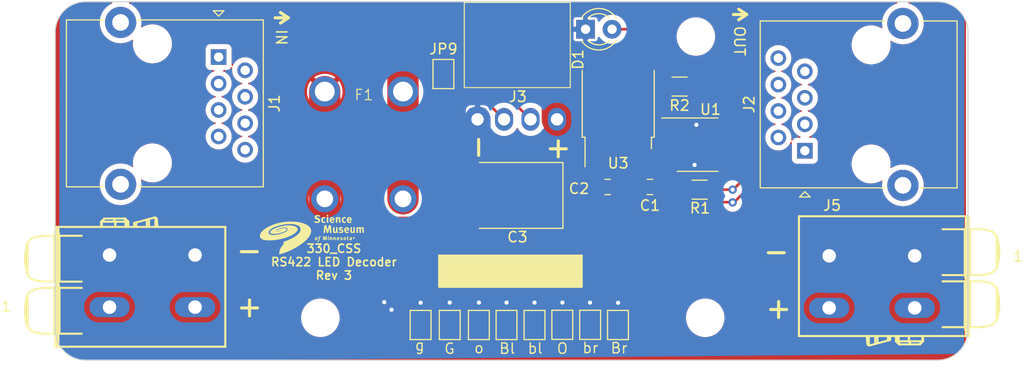
<source format=kicad_pcb>
(kicad_pcb (version 20240108) (generator "pcbnew") (generator_version "8.0")
  (layers (0 "F.Cu" power) (1 "In1.Cu" signal) (2 "In2.Cu" signal) (31 "B.Cu" power) (34 "B.Paste" user) (35 "F.Paste" user) (36 "B.SilkS" user "B.Silkscreen") (37 "F.SilkS" user "F.Silkscreen") (38 "B.Mask" user) (39 "F.Mask" user) (44 "Edge.Cuts" user))
  (net 0 "")
  (net 1 "/G-")
  (net 2 "/G+")
  (net 3 "/O-")
  (net 4 "/Bl+")
  (net 5 "/Bl-")
  (net 6 "/O+")
  (net 7 "GND")
  (net 8 "Net-(J3-Pin_3)")
  (net 9 "Net-(J3-Pin_4)")
  (net 11 "Net-(U1-Vcc)")
  (net 12 "+12V")
  (net 13 "/Br-")
  (net 14 "/Br+")
  (net 15 "Net-(JP1-B)")
  (net 16 "Net-(JP5-B)")
  (net 17 "Net-(J3-Pin_2)")
  (net 18 "Net-(D1-A)")
  (footprint "LED_THT:LED_D3.0mm" (layer "F.Cu") (at 193.525 122.6)
    (property "Reference" "D1" (at -0.725 2.9 90) (layer "F.SilkS"))
    (property "Value" "LED")
    (pad "1" thru_hole rect (at 0 0) (size 1.8 1.8) (drill 0.9) (layers "*.Cu" "*.Mask") (net 7 "GND"))
    (pad "2" thru_hole circle (at 2.54 0) (size 1.8 1.8) (drill 0.9) (layers "*.Cu" "*.Mask") (net 18 "Net-(D1-A)"))
  )
  (footprint "Jumper:SolderJumper-2_P1.3mm_Open_Pad1.0x1.5mm" (layer "F.Cu") (at 177.71 150.99 -90)
    (property "Reference" "JP1" (hide yes))
    (property "Value" "Jumper_2_Open" (hide yes))
    (pad "1" smd rect (at -0.65 0 270) (size 1 1.5) (layers "F.Cu" "F.Mask") (net 1 "/G-"))
    (pad "2" smd rect (at 0.65 0 270) (size 1 1.5) (layers "F.Cu" "F.Mask") (net 15 "Net-(JP1-B)"))
  )
  (footprint "Resistor_SMD:R_1206_3216Metric" (layer "F.Cu") (at 202.5375 128.1 180)
    (property "Reference" "R2" (at 0 -1.82 180) (layer "F.SilkS"))
    (property "Value" "R")
    (pad "1" smd roundrect (at -1.4625 0 180) (size 1.125 1.75) (layers "F.Cu" "F.Paste" "F.Mask") (roundrect_rratio 0.222222) (net 11 "Net-(U1-Vcc)"))
    (pad "2" smd roundrect (at 1.4625 0 180) (size 1.125 1.75) (layers "F.Cu" "F.Paste" "F.Mask") (roundrect_rratio 0.222222) (net 18 "Net-(D1-A)"))
  )
  (footprint "SMM:smm-logo-10mm" (layer "F.Cu") (at 167.3 142.3)
    (property "Reference" "G***")
    (property "Value" "LOGO" (hide yes))
  )
  (footprint "Jumper:SolderJumper-2_P1.3mm_Open_Pad1.0x1.5mm" (layer "F.Cu") (at 188.632 150.99 -90)
    (property "Reference" "JP3" (hide yes))
    (property "Value" "Jumper_2_Open" (hide yes))
    (pad "1" smd rect (at -0.65 0 270) (size 1 1.5) (layers "F.Cu" "F.Mask") (net 5 "/Bl-"))
    (pad "2" smd rect (at 0.65 0 270) (size 1 1.5) (layers "F.Cu" "F.Mask") (net 15 "Net-(JP1-B)"))
  )
  (footprint "Library:3549-2" (layer "F.Cu") (at 172.274 133.731 180)
    (property "Reference" "F1" (at 0 4.826 0) (layer "F.SilkS") (effects (font (thickness 0.1))))
    (property "Value" "Fuse")
    (pad "1" thru_hole circle (at -3.75 -5.15 180) (size 2.6 2.6) (drill 1.6) (layers "*.Cu" "*.Mask") (net 9 "Net-(J3-Pin_4)"))
    (pad "1" thru_hole circle (at -3.75 5.15 180) (size 2.9 2.9) (drill 1.9) (layers "*.Cu" "*.Mask") (net 9 "Net-(J3-Pin_4)"))
    (pad "2" thru_hole circle (at 3.75 -5.15 180) (size 2.6 2.6) (drill 1.6) (layers "*.Cu" "*.Mask") (net 12 "+12V"))
    (pad "2" thru_hole circle (at 3.75 5.15 180) (size 2.9 2.9) (drill 1.9) (layers "*.Cu" "*.Mask") (net 12 "+12V"))
  )
  (footprint "MountingHole:MountingHole_3.2mm_M3" (layer "F.Cu") (at 204.1 123.3)
    (property "Reference" "REF**" (hide yes))
    (property "Value" "MountingHole_3.2mm_M3")
    (pad "" np_thru_hole circle (at 0 0) (size 3.2 3.2) (drill 3.2) (layers "*.Cu" "*.Mask"))
  )
  (footprint "Resistor_SMD:R_1206_3216Metric" (layer "F.Cu") (at 204.4625 138)
    (property "Reference" "R1" (at 0.0375 1.775 360) (layer "F.SilkS"))
    (property "Value" "R")
    (pad "1" smd roundrect (at -1.4625 0) (size 1.125 1.75) (layers "F.Cu" "F.Paste" "F.Mask") (roundrect_rratio 0.222222) (net 15 "Net-(JP1-B)"))
    (pad "2" smd roundrect (at 1.4625 0) (size 1.125 1.75) (layers "F.Cu" "F.Paste" "F.Mask") (roundrect_rratio 0.222222) (net 16 "Net-(JP5-B)"))
  )
  (footprint "2604-1102:P-2604-1102_1" (layer "F.Cu") (at 147.89 151.576 180)
    (property "Reference" "J4" (hide yes))
    (property "Value" "Screw_Terminal_01x02")
    (fp_text user "1" (at 9.9 2.35 0) (layer "F.SilkS"))
    (pad "1" thru_hole oval (at -8.2 2.3 180) (size 3.8608 1.9304) (drill 1.3) (layers "*.Cu" "*.Mask") (net 12 "+12V"))
    (pad "1" thru_hole oval (at 0 2.3 180) (size 3.8608 1.9304) (drill 1.3) (layers "*.Cu" "*.Mask") (net 12 "+12V"))
    (pad "2" thru_hole oval (at -8.2 7.3 180) (size 3.8608 1.9304) (drill 1.3) (layers "*.Cu" "*.Mask") (net 7 "GND"))
    (pad "2" thru_hole oval (at 0 7.3 180) (size 3.8608 1.9304) (drill 1.3) (layers "*.Cu" "*.Mask") (net 7 "GND"))
  )
  (footprint "Jumper:SolderJumper-2_P1.3mm_Open_Pad1.0x1.5mm" (layer "F.Cu") (at 180.504 150.99 -90)
    (property "Reference" "JP5" (hide yes))
    (property "Value" "Jumper_2_Open" (hide yes))
    (pad "1" smd rect (at -0.65 0 270) (size 1 1.5) (layers "F.Cu" "F.Mask") (net 2 "/G+"))
    (pad "2" smd rect (at 0.65 0 270) (size 1 1.5) (layers "F.Cu" "F.Mask") (net 16 "Net-(JP5-B)"))
  )
  (footprint "Connector_RJ:RJ45_Ninigi_GE" (layer "F.Cu") (at 214.55 134.26 90)
    (property "Reference" "J2" (at 4.445 -5.34 90) (layer "F.SilkS"))
    (property "Value" "RJ45")
    (pad "" np_thru_hole circle (at -1.27 6.35 90) (size 3.25 3.25) (drill 3.25) (layers "*.Cu" "*.Mask"))
    (pad "" np_thru_hole circle (at 10.16 6.35 270) (size 3.25 3.25) (drill 3.25) (layers "*.Cu" "*.Mask"))
    (pad "1" thru_hole rect (at 0 0 270) (size 1.5 1.5) (drill 0.9) (layers "*.Cu" "*.Mask") (net 1 "/G-"))
    (pad "2" thru_hole circle (at 1.27 -2.54 270) (size 1.5 1.5) (drill 0.9) (layers "*.Cu" "*.Mask") (net 2 "/G+"))
    (pad "3" thru_hole circle (at 2.54 0 270) (size 1.5 1.5) (drill 0.9) (layers "*.Cu" "*.Mask") (net 3 "/O-"))
    (pad "4" thru_hole circle (at 3.81 -2.54 270) (size 1.5 1.5) (drill 0.9) (layers "*.Cu" "*.Mask") (net 4 "/Bl+"))
    (pad "5" thru_hole circle (at 5.08 0 270) (size 1.5 1.5) (drill 0.9) (layers "*.Cu" "*.Mask") (net 5 "/Bl-"))
    (pad "6" thru_hole circle (at 6.35 -2.54 270) (size 1.5 1.5) (drill 0.9) (layers "*.Cu" "*.Mask") (net 6 "/O+"))
    (pad "7" thru_hole circle (at 7.62 0 270) (size 1.5 1.5) (drill 0.9) (layers "*.Cu" "*.Mask") (net 13 "/Br-"))
    (pad "8" thru_hole circle (at 8.89 -2.54 270) (size 1.5 1.5) (drill 0.9) (layers "*.Cu" "*.Mask") (net 14 "/Br+"))
    (pad "SH" thru_hole circle (at -3.325 9.4 90) (size 3 3) (drill 1.6) (layers "*.Cu" "*.Mask"))
    (pad "SH" thru_hole circle (at 12.215 9.4 270) (size 3 3) (drill 1.6) (layers "*.Cu" "*.Mask"))
  )
  (footprint "MountingHole:MountingHole_3.2mm_M3" (layer "F.Cu") (at 168.1 150.3)
    (property "Reference" "REF**" (hide yes))
    (property "Value" "MountingHole_3.2mm_M3")
    (pad "" np_thru_hole circle (at 0 0) (size 3.2 3.2) (drill 3.2) (layers "*.Cu" "*.Mask"))
  )
  (footprint "Capacitor_SMD:C_0805_2012Metric" (layer "F.Cu") (at 195.648 137.742)
    (property "Reference" "C2" (at -2.748 0.158 0) (layer "F.SilkS"))
    (property "Value" "1uF")
    (pad "1" smd roundrect (at -0.95 0) (size 1 1.45) (layers "F.Cu" "F.Paste" "F.Mask") (net 12 "+12V"))
    (pad "2" smd roundrect (at 0.95 0) (size 1 1.45) (layers "F.Cu" "F.Paste" "F.Mask") (net 7 "GND"))
  )
  (footprint "Package_SO:SOIC-8_3.9x4.9mm_P1.27mm" (layer "F.Cu") (at 204.272 133.678)
    (property "Reference" "U1" (at 1.228 -3.378 0) (layer "F.SilkS"))
    (property "Value" "~" (hide yes))
    (pad "1" smd roundrect (at -2.475 -1.905) (size 1.95 0.6) (layers "F.Cu" "F.Paste" "F.Mask") (net 8 "Net-(J3-Pin_3)"))
    (pad "2" smd roundrect (at -2.475 -0.635) (size 1.95 0.6) (layers "F.Cu" "F.Paste" "F.Mask") (net 7 "GND"))
    (pad "3" smd roundrect (at -2.475 0.635) (size 1.95 0.6) (layers "F.Cu" "F.Paste" "F.Mask") (net 7 "GND"))
    (pad "4" smd roundrect (at -2.475 1.905) (size 1.95 0.6) (layers "F.Cu" "F.Paste" "F.Mask"))
    (pad "5" smd roundrect (at 2.475 1.905) (size 1.95 0.6) (layers "F.Cu" "F.Paste" "F.Mask") (net 7 "GND"))
    (pad "6" smd roundrect (at 2.475 0.635) (size 1.95 0.6) (layers "F.Cu" "F.Paste" "F.Mask") (net 16 "Net-(JP5-B)"))
    (pad "7" smd roundrect (at 2.475 -0.635) (size 1.95 0.6) (layers "F.Cu" "F.Paste" "F.Mask") (net 15 "Net-(JP1-B)"))
    (pad "8" smd roundrect (at 2.475 -1.905) (size 1.95 0.6) (layers "F.Cu" "F.Paste" "F.Mask") (net 11 "Net-(U1-Vcc)"))
  )
  (footprint "Capacitor_SMD:C_0805_2012Metric" (layer "F.Cu") (at 199.7 137.742)
    (property "Reference" "C1" (at 0 1.778 0) (layer "F.SilkS"))
    (property "Value" "2.2uF")
    (pad "1" smd roundrect (at -0.95 0) (size 1 1.45) (layers "F.Cu" "F.Paste" "F.Mask") (net 11 "Net-(U1-Vcc)"))
    (pad "2" smd roundrect (at 0.95 0) (size 1 1.45) (layers "F.Cu" "F.Paste" "F.Mask") (net 7 "GND"))
  )
  (footprint "Capacitor_Tantalum_SMD:CP_EIA-7361-38_AVX-V" (layer "F.Cu") (at 187 138.55 180)
    (property "Reference" "C3" (at 0 -4 0) (layer "F.SilkS"))
    (property "Value" "200uF")
    (pad "1" smd roundrect (at -3.1 0 180) (size 2 3.3) (layers "F.Cu" "F.Paste" "F.Mask") (roundrect_rratio 0.125) (net 9 "Net-(J3-Pin_4)"))
    (pad "2" smd roundrect (at 3.1 0 180) (size 2 3.3) (layers "F.Cu" "F.Paste" "F.Mask") (roundrect_rratio 0.125) (net 7 "GND"))
  )
  (footprint "2604-1102:P-2604-1102_1" (layer "F.Cu") (at 225.082 142.049984)
    (property "Reference" "J5" (at -7.925 -2.535 0) (layer "F.SilkS"))
    (property "Value" "Screw_Terminal_01x02")
    (fp_text user "1" (at 9.9 2.35 0) (layer "F.SilkS"))
    (pad "1" thru_hole oval (at -8.2 2.3) (size 3.8608 1.9304) (drill 1.3) (layers "*.Cu" "*.Mask") (net 7 "GND"))
    (pad "1" thru_hole oval (at 0 2.3) (size 3.8608 1.9304) (drill 1.3) (layers "*.Cu" "*.Mask") (net 7 "GND"))
    (pad "2" thru_hole oval (at -8.2 7.3) (size 3.8608 1.9304) (drill 1.3) (layers "*.Cu" "*.Mask") (net 12 "+12V"))
    (pad "2" thru_hole oval (at 0 7.3) (size 3.8608 1.9304) (drill 1.3) (layers "*.Cu" "*.Mask") (net 12 "+12V"))
  )
  (footprint "Jumper:SolderJumper-2_P1.3mm_Open_Pad1.0x1.5mm" (layer "F.Cu") (at 193.966 150.975 -90)
    (property "Reference" "JP4" (hide yes))
    (property "Value" "Jumper_2_Open" (hide yes))
    (pad "1" smd rect (at -0.65 0 270) (size 1 1.5) (layers "F.Cu" "F.Mask") (net 13 "/Br-"))
    (pad "2" smd rect (at 0.65 0 270) (size 1 1.5) (layers "F.Cu" "F.Mask") (net 15 "Net-(JP1-B)"))
  )
  (footprint "Jumper:SolderJumper-2_P1.3mm_Open_Pad1.0x1.5mm" (layer "F.Cu") (at 183.298 150.99 -90)
    (property "Reference" "JP2" (hide yes))
    (property "Value" "Jumper_2_Open" (hide yes))
    (pad "1" smd rect (at -0.65 0 270) (size 1 1.5) (layers "F.Cu" "F.Mask") (net 3 "/O-"))
    (pad "2" smd rect (at 0.65 0 270) (size 1 1.5) (layers "F.Cu" "F.Mask") (net 15 "Net-(JP1-B)"))
  )
  (footprint "Package_TO_SOT_SMD:TO-252-2" (layer "F.Cu") (at 196.658 129.654 90)
    (property "Reference" "U3" (at -5.802 -0.006 0) (layer "F.SilkS"))
    (property "Value" "LP2950-5.0_TO252")
    (pad "1" smd roundrect (at -5.04 -2.28 90) (size 2.2 1.2) (layers "F.Cu" "F.Paste" "F.Mask") (roundrect_rratio 0.2083333333) (net 12 "+12V"))
    (pad "2" smd roundrect (at -0.415 -1.525 90) (size 3.05 2.75) (layers "F.Cu" "F.Paste") (roundrect_rratio 0.09090909091) (net 7 "GND"))
    (pad "2" smd roundrect (at -0.415 1.525 90) (size 3.05 2.75) (layers "F.Cu" "F.Paste") (roundrect_rratio 0.09090909091) (net 7 "GND"))
    (pad "2" smd roundrect (at 1.26 0 90) (size 6.4 5.8) (layers "F.Cu" "F.Mask") (roundrect_rratio 0.04310293103) (net 7 "GND"))
    (pad "2" smd roundrect (at 2.935 -1.525 90) (size 3.05 2.75) (layers "F.Cu" "F.Paste") (roundrect_rratio 0.09090909091) (net 7 "GND"))
    (pad "2" smd roundrect (at 2.935 1.525 90) (size 3.05 2.75) (layers "F.Cu" "F.Paste") (roundrect_rratio 0.09090909091) (net 7 "GND"))
    (pad "3" smd roundrect (at -5.04 2.28 90) (size 2.2 1.2) (layers "F.Cu" "F.Paste" "F.Mask") (roundrect_rratio 0.2083333333) (net 11 "Net-(U1-Vcc)"))
  )
  (footprint "Jumper:SolderJumper-2_P1.3mm_Open_Pad1.0x1.5mm" (layer "F.Cu") (at 179.9 126.9 -90)
    (property "Reference" "JP9" (at -2.4 0 180) (layer "F.SilkS"))
    (property "Value" "Jumper_2_Open")
    (pad "1" smd rect (at -0.65 0 270) (size 1 1.5) (layers "F.Cu" "F.Mask") (net 8 "Net-(J3-Pin_3)"))
    (pad "2" smd rect (at 0.65 0 270) (size 1 1.5) (layers "F.Cu" "F.Mask") (net 17 "Net-(J3-Pin_2)"))
  )
  (footprint "MountingHole:MountingHole_3.2mm_M3" (layer "F.Cu") (at 205 150.3)
    (property "Reference" "REF**" (hide yes))
    (property "Value" "MountingHole_3.2mm_M3")
    (pad "" np_thru_hole circle (at 0 0) (size 3.2 3.2) (drill 3.2) (layers "*.Cu" "*.Mask"))
  )
  (footprint "Jumper:SolderJumper-2_P1.3mm_Open_Pad1.0x1.5mm" (layer "F.Cu") (at 196.633 150.99 -90)
    (property "Reference" "JP8" (hide yes))
    (property "Value" "Jumper_2_Open" (hide yes))
    (pad "1" smd rect (at -0.65 0 270) (size 1 1.5) (layers "F.Cu" "F.Mask") (net 14 "/Br+"))
    (pad "2" smd rect (at 0.65 0 270) (size 1 1.5) (layers "F.Cu" "F.Mask") (net 16 "Net-(JP5-B)"))
  )
  (footprint "Connector_RJ:RJ45_Ninigi_GE" (layer "F.Cu") (at 158.35 125.27 -90)
    (property "Reference" "J1" (at 4.445 -5.34 -90) (layer "F.SilkS"))
    (property "Value" "RJ45")
    (pad "" np_thru_hole circle (at -1.27 6.35 270) (size 3.25 3.25) (drill 3.25) (layers "*.Cu" "*.Mask"))
    (pad "" np_thru_hole circle (at 10.16 6.35 90) (size 3.25 3.25) (drill 3.25) (layers "*.Cu" "*.Mask"))
    (pad "1" thru_hole rect (at 0 0 90) (size 1.5 1.5) (drill 0.9) (layers "*.Cu" "*.Mask") (net 1 "/G-"))
    (pad "2" thru_hole circle (at 1.27 -2.54 90) (size 1.5 1.5) (drill 0.9) (layers "*.Cu" "*.Mask") (net 2 "/G+"))
    (pad "3" thru_hole circle (at 2.54 0 90) (size 1.5 1.5) (drill 0.9) (layers "*.Cu" "*.Mask") (net 3 "/O-"))
    (pad "4" thru_hole circle (at 3.81 -2.54 90) (size 1.5 1.5) (drill 0.9) (layers "*.Cu" "*.Mask") (net 4 "/Bl+"))
    (pad "5" thru_hole circle (at 5.08 0 90) (size 1.5 1.5) (drill 0.9) (layers "*.Cu" "*.Mask") (net 5 "/Bl-"))
    (pad "6" thru_hole circle (at 6.35 -2.54 90) (size 1.5 1.5) (drill 0.9) (layers "*.Cu" "*.Mask") (net 6 "/O+"))
    (pad "7" thru_hole circle (at 7.62 0 90) (size 1.5 1.5) (drill 0.9) (layers "*.Cu" "*.Mask") (net 13 "/Br-"))
    (pad "8" thru_hole circle (at 8.89 -2.54 90) (size 1.5 1.5) (drill 0.9) (layers "*.Cu" "*.Mask") (net 14 "/Br+"))
    (pad "SH" thru_hole circle (at -3.325 9.4 270) (size 3 3) (drill 1.6) (layers "*.Cu" "*.Mask"))
    (pad "SH" thru_hole circle (at 12.215 9.4 90) (size 3 3) (drill 1.6) (layers "*.Cu" "*.Mask"))
  )
  (footprint "SMM:KK-1x04_right" (layer "F.Cu") (at 183.17 131.25)
    (property "Reference" "J3" (at 3.866 -2.1765 0) (layer "F.SilkS"))
    (property "Value" "Conn_01x04" (hide yes))
    (pad "1" thru_hole roundrect (at 0 0) (size 1.74 2.19) (drill 1.19) (layers "*.Cu" "*.Mask") (roundrect_rratio 0.1436781609) (net 7 "GND"))
    (pad "2" thru_hole oval (at 2.54 0) (size 1.74 2.19) (drill 1.19) (layers "*.Cu" "*.Mask") (net 17 "Net-(J3-Pin_2)"))
    (pad "3" thru_hole oval (at 5.08 0) (size 1.74 2.19) (drill 1.19) (layers "*.Cu" "*.Mask") (net 8 "Net-(J3-Pin_3)"))
    (pad "4" thru_hole oval (at 7.62 0) (size 1.74 2.19) (drill 1.19) (layers "*.Cu" "*.Mask") (net 9 "Net-(J3-Pin_4)"))
  )
  (footprint "Jumper:SolderJumper-2_P1.3mm_Open_Pad1.0x1.5mm" (layer "F.Cu") (at 191.299 150.975 -90)
    (property "Reference" "JP6" (hide yes))
    (property "Value" "Jumper_2_Open" (hide yes))
    (pad "1" smd rect (at -0.65 0 270) (size 1 1.5) (layers "F.Cu" "F.Mask") (net 6 "/O+"))
    (pad "2" smd rect (at 0.65 0 270) (size 1 1.5) (layers "F.Cu" "F.Mask") (net 16 "Net-(JP5-B)"))
  )
  (footprint "Jumper:SolderJumper-2_P1.3mm_Open_Pad1.0x1.5mm" (layer "F.Cu") (at 185.95 150.99 -90)
    (property "Reference" "JP7" (hide yes))
    (property "Value" "Jumper_2_Open" (hide yes))
    (pad "1" smd rect (at -0.65 0 270) (size 1 1.5) (layers "F.Cu" "F.Mask") (net 4 "/Bl+"))
    (pad "2" smd rect (at 0.65 0 270) (size 1 1.5) (layers "F.Cu" "F.Mask") (net 16 "Net-(JP5-B)"))
  )
  (gr_line (start 165.035 121.5) (end 164.273 120.992) (stroke (width 0.3)) (layer "F.SilkS"))
  (gr_line (start 207.7 121.184) (end 208.97 121.184) (stroke (width 0.3)) (layer "F.SilkS"))
  (gr_rect (start 179.467 144.302) (end 193.183 147.35) (stroke (width 0.15)) (fill solid) (layer "F.SilkS"))
  (gr_line (start 208.97 121.184) (end 208.208 120.676) (stroke (width 0.3)) (layer "F.SilkS"))
  (gr_line (start 163.765 121.5) (end 165.035 121.5) (stroke (width 0.3)) (layer "F.SilkS"))
  (gr_line (start 165.035 121.5) (end 164.273 122.008) (stroke (width 0.3)) (layer "F.SilkS"))
  (gr_line (start 208.97 121.184) (end 208.208 121.692) (stroke (width 0.3)) (layer "F.SilkS"))
  (gr_line (start 145.604 154.37) (end 227.265 154.37) (stroke (width 0.1)) (layer "Edge.Cuts"))
  (gr_arc (start 142.683 122.874) (mid 143.538541 120.808541) (end 145.604 119.953) (stroke (width 0.1)) (layer "Edge.Cuts"))
  (gr_arc (start 230.186 151.449) (mid 229.330459 153.514459) (end 227.265 154.37) (stroke (width 0.1)) (layer "Edge.Cuts"))
  (gr_line (start 227.265 119.953) (end 145.604 119.953) (stroke (width 0.1)) (layer "Edge.Cuts"))
  (gr_line (start 142.683 151.449) (end 142.683 122.874) (stroke (width 0.1)) (layer "Edge.Cuts"))
  (gr_arc (start 145.604 154.37) (mid 143.538541 153.514459) (end 142.683 151.449) (stroke (width 0.1)) (layer "Edge.Cuts"))
  (gr_line (start 230.186 151.449) (end 230.186 122.874) (stroke (width 0.1)) (layer "Edge.Cuts"))
  (gr_arc (start 227.265 119.953) (mid 229.330459 120.808541) (end 230.186 122.874) (stroke (width 0.1)) (layer "Edge.Cuts"))
  (gr_text "o" (at 182.772 153.784 0) (layer "F.SilkS") (effects (font (size 1 1) (thickness 0.127) (bold yes)) (justify left bottom)))
  (gr_text "Br\n" (at 195.85 153.8 0) (layer "F.SilkS") (effects (font (size 1 1) (thickness 0.127) (bold yes)) (justify left bottom)))
  (gr_text "Bl" (at 185.175 153.84 0) (layer "F.SilkS") (effects (font (size 1 1) (thickness 0.127) (bold yes)) (justify left bottom)))
  (gr_text "O\n" (at 190.7 153.84 0) (layer "F.SilkS") (effects (font (size 1 1) (thickness 0.127) (bold yes)) (justify left bottom)))
  (gr_text "-" (at 159.85 144.975 0) (layer "F.SilkS") (effects (font (size 2 2) (thickness 0.3)) (justify left bottom)))
  (gr_text "g" (at 177.1 153.525 0) (layer "F.SilkS") (effects (font (size 1 1) (thickness 0.127) (bold yes)) (justify left bottom)))
  (gr_text "br" (at 193.15 153.775 0) (layer "F.SilkS") (effects (font (size 1 1) (thickness 0.127) (bold yes)) (justify left bottom)))
  (gr_text "OUT" (at 207.7 122.2 -90) (layer "F.SilkS") (effects (font (size 1 1)) (justify left bottom)))
  (gr_text "+" (at 210.6 150.525 0) (layer "F.SilkS") (effects (font (size 2 2) (thickness 0.3)) (justify left bottom)))
  (gr_text "330_CSS\nRS422 LED Decoder\nRev 3" (at 169.4 146.7 0) (layer "F.SilkS") (effects (font (size 0.8 0.8)) (justify bottom)))
  (gr_text "-" (at 210.375 145.075 0) (layer "F.SilkS") (effects (font (size 2 2) (thickness 0.3)) (justify left bottom)))
  (gr_text "bl" (at 187.9 153.825 0) (layer "F.SilkS") (effects (font (size 1 1) (thickness 0.127) (bold yes)) (justify left bottom)))
  (gr_text "-" (at 184.3 135.375 90) (layer "F.SilkS") (effects (font (size 2 2) (thickness 0.3)) (justify left bottom)))
  (gr_text "+" (at 189.475 135.1 0) (layer "F.SilkS") (effects (font (size 2 2) (thickness 0.3)) (justify left bottom)))
  (gr_text "IN" (at 163.765 122.516 -90) (layer "F.SilkS") (effects (font (size 1 1)) (justify left bottom)))
  (gr_text "G" (at 179.9 153.85 0) (layer "F.SilkS") (effects (font (size 1 1) (thickness 0.127) (bold yes)) (justify left bottom)))
  (gr_text "+" (at 159.875 150.375 0) (layer "F.SilkS") (effects (font (size 2 2) (thickness 0.3)) (justify left bottom)))
  (segment (start 177.71 150.34) (end 177.71 148.854) (width 0.2) (layer "F.Cu") (net 1))
  (segment (start 177.71 148.854) (end 177.714 148.85) (width 0.2) (layer "F.Cu") (net 1))
  (via blind (at 177.714 148.85) (size 0.8) (drill 0.4) (layers "F.Cu" "In2.Cu") (net 1))
  (segment (start 180.504 150.34) (end 180.504 148.84) (width 0.2) (layer "F.Cu") (net 2))
  (via blind (at 180.504 148.84) (size 0.8) (drill 0.4) (layers "F.Cu" "In1.Cu") (net 2))
  (segment (start 183.298 148.846) (end 183.304 148.84) (width 0.2) (layer "F.Cu") (net 3))
  (segment (start 183.298 150.34) (end 183.298 148.846) (width 0.2) (layer "F.Cu") (net 3))
  (via blind (at 183.304 148.84) (size 0.8) (drill 0.4) (layers "F.Cu" "In2.Cu") (net 3))
  (segment (start 185.95 148.844) (end 185.954 148.84) (width 0.2) (layer "F.Cu") (net 4))
  (segment (start 185.95 150.34) (end 185.95 148.844) (width 0.2) (layer "F.Cu") (net 4))
  (via blind (at 185.954 148.84) (size 0.8) (drill 0.4) (layers "F.Cu" "In1.Cu") (net 4))
  (segment (start 188.632 148.843) (end 188.629 148.84) (width 0.2) (layer "F.Cu") (net 5))
  (segment (start 188.632 150.34) (end 188.632 148.843) (width 0.2) (layer "F.Cu") (net 5))
  (via blind (at 188.629 148.84) (size 0.8) (drill 0.4) (layers "F.Cu" "In2.Cu") (net 5))
  (segment (start 191.299 150.325) (end 191.299 148.845) (width 0.2) (layer "F.Cu") (net 6))
  (segment (start 191.299 148.845) (end 191.304 148.84) (width 0.2) (layer "F.Cu") (net 6))
  (via blind (at 191.304 148.84) (size 0.8) (drill 0.4) (layers "F.Cu" "In1.Cu") (net 6))
  (segment (start 212.01 127.91) (end 211.6 127.5) (width 0.2) (layer "B.Cu") (net 6))
  (segment (start 200.65 138.45) (end 200.65 137.742) (width 0.25) (layer "F.Cu") (net 7))
  (segment (start 183.9 138.55) (end 183.17 137.82) (width 2.5) (layer "F.Cu") (net 7))
  (segment (start 197.225 139) (end 200.1 139) (width 0.25) (layer "F.Cu") (net 7))
  (segment (start 196.658 132.575) (end 196.658 137.682) (width 0.25) (layer "F.Cu") (net 7))
  (segment (start 202.771999 134.313) (end 204.041999 135.583) (width 0.25) (layer "F.Cu") (net 7))
  (segment (start 196.658 128.394) (end 196.658 132.575) (width 0.25) (layer "F.Cu") (net 7))
  (segment (start 193.525 122.6) (end 193.525 125.261) (width 0.25) (layer "F.Cu") (net 7))
  (segment (start 203.999999 135.625) (end 204.041999 135.583) (width 0.25) (layer "F.Cu") (net 7))
  (segment (start 196.658 137.682) (end 196.598 137.742) (width 0.25) (layer "F.Cu") (net 7))
  (segment (start 201.742 136.65) (end 202.974999 136.65) (width 0.25) (layer "F.Cu") (net 7))
  (segment (start 206.764 135.6) (end 206.747 135.583) (width 0.25) (layer "F.Cu") (net 7))
  (segment (start 196.598 131.534) (end 195.133 130.069) (width 0.25) (layer "F.Cu") (net 7))
  (segment (start 197.126 133.043) (end 196.658 132.575) (width 0.25) (layer "F.Cu") (net 7))
  (segment (start 203.975 135.625) (end 203.999999 135.625) (width 0.25) (layer "F.Cu") (net 7))
  (segment (start 200.1 139) (end 200.65 138.45) (width 0.25) (layer "F.Cu") (net 7))
  (segment (start 196.598 138.373) (end 197.225 139) (width 0.25) (layer "F.Cu") (net 7))
  (segment (start 202.974999 136.65) (end 203.975 135.649999) (width 0.25) (layer "F.Cu") (net 7))
  (segment (start 204.041999 135.583) (end 206.747 135.583) (width 0.25) (layer "F.Cu") (net 7))
  (segment (start 201.797 133.043) (end 197.126 133.043) (width 0.25) (layer "F.Cu") (net 7))
  (segment (start 201.797 134.313) (end 202.771999 134.313) (width 0.25) (layer "F.Cu") (net 7))
  (segment (start 196.598 137.742) (end 196.598 138.373) (width 0.25) (layer "F.Cu") (net 7))
  (segment (start 183.17 137.82) (end 183.17 131.25) (width 2.5) (layer "F.Cu") (net 7))
  (segment (start 200.65 137.742) (end 201.742 136.65) (width 0.25) (layer "F.Cu") (net 7))
  (segment (start 193.525 125.261) (end 196.658 128.394) (width 0.25) (layer "F.Cu") (net 7))
  (segment (start 203.975 135.649999) (end 203.975 135.625) (width 0.25) (layer "F.Cu") (net 7))
  (via (at 203.975 135.625) (size 0.8) (drill 0.4) (layers "F.Cu" "B.Cu") (net 7))
  (segment (start 147.89 144.276) (end 156.09 144.276) (width 7.125) (layer "B.Cu") (net 7))
  (segment (start 216.808016 144.276) (end 216.882 144.349984) (width 7.125) (layer "B.Cu") (net 7))
  (segment (start 156.09 144.276) (end 177.3 144.276) (width 7.125) (layer "B.Cu") (net 7))
  (segment (start 183.17 131.25) (end 183.17 138.406) (width 2.5) (layer "B.Cu") (net 7))
  (segment (start 177.3 144.276) (end 216.808016 144.276) (width 7.125) (layer "B.Cu") (net 7))
  (segment (start 183.17 138.406) (end 177.3 144.276) (width 2.5) (layer "B.Cu") (net 7))
  (segment (start 216.882 144.349984) (end 225.082 144.349984) (width 7.125) (layer "B.Cu") (net 7))
  (segment (start 204.148 131.773) (end 204.15 131.775) (width 0.25) (layer "F.Cu") (net 8))
  (segment (start 179.9 126.25) (end 183.25 126.25) (width 0.25) (layer "F.Cu") (net 8))
  (segment (start 201.797 131.773) (end 204.148 131.773) (width 0.25) (layer "F.Cu") (net 8))
  (segment (start 183.25 126.25) (end 188.25 131.25) (width 0.25) (layer "F.Cu") (net 8))
  (via blind (at 204.15 131.775) (size 0.8) (drill 0.4) (layers "F.Cu" "In1.Cu") (net 8))
  (segment (start 190.82 126.645) (end 190.82 131.25) (width 3) (layer "F.Cu") (net 9))
  (segment (start 177.525 123.975) (end 188.15 123.975) (width 3) (layer "F.Cu") (net 9))
  (segment (start 188.15 123.975) (end 190.82 126.645) (width 3) (layer "F.Cu") (net 9))
  (segment (start 176.024 128.581) (end 176.024 125.476) (width 3) (layer "F.Cu") (net 9))
  (segment (start 190.79 131.25) (end 190.79 137.86) (width 2.5) (layer "F.Cu") (net 9))
  (segment (start 176.024 134) (end 176.024 138.881) (width 3) (layer "F.Cu") (net 9))
  (segment (start 176.024 128.581) (end 176.024 134) (width 3) (layer "F.Cu") (net 9))
  (segment (start 190.79 137.86) (end 190.1 138.55) (width 2.5) (layer "F.Cu") (net 9))
  (segment (start 176.024 125.476) (end 177.525 123.975) (width 3) (layer "F.Cu") (net 9))
  (segment (start 205.15 128.1) (end 206.747 129.697) (width 0.25) (layer "F.Cu") (net 11))
  (segment (start 205.177305 131.773) (end 203.262305 133.688) (width 0.25) (layer "F.Cu") (net 11))
  (segment (start 198.75 137.742) (end 198.75 134.882) (width 0.25) (layer "F.Cu") (net 11))
  (segment (start 206.747 129.697) (end 206.747 131.773) (width 0.25) (layer "F.Cu") (net 11))
  (segment (start 206.747 131.773) (end 205.177305 131.773) (width 0.25) (layer "F.Cu") (net 11))
  (segment (start 198.938 134.694) (end 199.202 134.958) (width 0.25) (layer "F.Cu") (net 11))
  (segment (start 204 128.1) (end 205.15 128.1) (width 0.25) (layer "F.Cu") (net 11))
  (segment (start 198.75 134.882) (end 198.938 134.694) (width 0.25) (layer "F.Cu") (net 11))
  (segment (start 203.262305 133.688) (end 199.944 133.688) (width 0.25) (layer "F.Cu") (net 11))
  (segment (start 199.944 133.688) (end 198.938 134.694) (width 0.25) (layer "F.Cu") (net 11))
  (segment (start 166.495569 144.25) (end 166.595569 144.15) (width 7.125) (layer "F.Cu") (net 12))
  (segment (start 161.469569 149.276) (end 166.495569 144.25) (width 7.125) (layer "F.Cu") (net 12))
  (segment (start 168.524 142.221569) (end 166.495569 144.25) (width 3) (layer "F.Cu") (net 12))
  (segment (start 156.09 149.276) (end 161.469569 149.276) (width 7.125) (layer "F.Cu") (net 12))
  (segment (start 168.524 138.881) (end 168.524 142.221569) (width 3) (layer "F.Cu") (net 12))
  (segment (start 216.882 149.349984) (end 225.082 149.349984) (width 7.125) (layer "F.Cu") (net 12))
  (segment (start 147.89 149.276) (end 156.09 149.276) (width 7.125) (layer "F.Cu") (net 12))
  (segment (start 166.595569 144.15) (end 209.030839 144.15) (width 7.125) (layer "F.Cu") (net 12))
  (segment (start 209.030839 144.15) (end 214.230823 149.349984) (width 7.125) (layer "F.Cu") (net 12))
  (segment (start 168.524 128.581) (end 168.524 138.881) (width 3) (layer "F.Cu") (net 12))
  (segment (start 214.230823 149.349984) (end 216.882 149.349984) (width 7.125) (layer "F.Cu") (net 12))
  (segment (start 158.3 132.94) (end 158.35 132.89) (width 0.2) (layer "F.Cu") (net 13))
  (segment (start 193.966 148.852) (end 193.954 148.84) (width 0.2) (layer "F.Cu") (net 13))
  (segment (start 193.966 150.325) (end 193.966 148.852) (width 0.2) (layer "F.Cu") (net 13))
  (via blind (at 193.954 148.84) (size 0.8) (drill 0.4) (layers "F.Cu" "In2.Cu") (net 13))
  (segment (start 196.644 148.86) (end 196.644 150.329) (width 0.2) (layer "F.Cu") (net 14))
  (segment (start 196.644 150.329) (end 196.633 150.34) (width 0.2) (layer "F.Cu") (net 14))
  (via blind (at 196.644 148.86) (size 0.8) (drill 0.4) (layers "F.Cu" "In1.Cu") (net 14))
  (segment (start 208.95 138.025) (end 208.95 133.7) (width 0.25) (layer "F.Cu") (net 15))
  (segment (start 181.925 153) (end 176.35 153) (width 0.25) (layer "F.Cu") (net 15))
  (segment (start 207.6 139.2) (end 204.2 139.2) (width 0.25) (layer "F.Cu") (net 15))
  (segment (start 183.285 151.64) (end 181.925 153) (width 0.25) (layer "F.Cu") (net 15))
  (segment (start 177.71 151.64) (end 177.283 151.213) (width 0.2) (layer "F.Cu") (net 15))
  (segment (start 188.632 151.64) (end 187.275 152.997) (width 0.25) (layer "F.Cu") (net 15))
  (segment (start 204.2 139.2) (end 203 138) (width 0.25) (layer "F.Cu") (net 15))
  (segment (start 183.298 151.64) (end 183.285 151.64) (width 0.25) (layer "F.Cu") (net 15))
  (segment (start 187.275 153) (end 181.925 153) (width 0.25) (layer "F.Cu") (net 15))
  (segment (start 207.75 139.225) (end 208.95 138.025) (width 0.25) (layer "F.Cu") (net 15))
  (segment (start 192.591 153) (end 187.275 153) (width 0.25) (layer "F.Cu") (net 15))
  (segment (start 177.71 151.64) (end 176.35 153) (width 0.2) (layer "F.Cu") (net 15))
  (segment (start 177.545 151.64) (end 177.71 151.64) (width 0.2) (layer "F.Cu") (net 15))
  (segment (start 208.95 133.7) (end 208.293 133.043) (width 0.25) (layer "F.Cu") (net 15))
  (segment (start 174.925 149.525) (end 174.925 151.575) (width 0.25) (layer "F.Cu") (net 15))
  (segment (start 193.966 151.625) (end 192.591 153) (width 0.25) (layer "F.Cu") (net 15))
  (segment (start 174.925 151.575) (end 176.35 153) (width 0.25) (layer "F.Cu") (net 15))
  (segment (start 208.293 133.043) (end 206.747 133.043) (width 0.25) (layer "F.Cu") (net 15))
  (segment (start 207.625 139.225) (end 207.75 139.225) (width 0.25) (layer "F.Cu") (net 15))
  (segment (start 187.275 152.997) (end 187.275 153) (width 0.25) (layer "F.Cu") (net 15))
  (segment (start 207.625 139.225) (end 207.6 139.2) (width 0.25) (layer "F.Cu") (net 15))
  (via blind (at 174.925 149.525) (size 0.8) (drill 0.4) (layers "F.Cu" "In2.Cu") (net 15))
  (via (at 207.625 139.225) (size 0.8) (drill 0.4) (layers "F.Cu" "B.Cu") (net 15))
  (segment (start 187.75 148.115) (end 182.254305 148.115) (width 0.25) (layer "F.Cu") (net 16))
  (segment (start 207.988 134.313) (end 206.747 134.313) (width 0.25) (layer "F.Cu") (net 16))
  (segment (start 207.625 138) (end 207.675 138) (width 0.25) (layer "F.Cu") (net 16))
  (segment (start 181.9 148.469305) (end 181.9 151.1) (width 0.25) (layer "F.Cu") (net 16))
  (segment (start 208.35 134.675) (end 207.988 134.313) (width 0.25) (layer "F.Cu") (net 16))
  (segment (start 206.366092 134.313) (end 206.747 134.313) (width 0.25) (layer "F.Cu") (net 16))
  (segment (start 191.299 151.625) (end 192.299 151.625) (width 0.25) (layer "F.Cu") (net 16))
  (segment (start 194.264305 148.125) (end 197.525 148.125) (width 0.25) (layer "F.Cu") (net 16))
  (segment (start 187.225 148.64) (end 187.75 148.115) (width 0.25) (layer "F.Cu") (net 16))
  (segment (start 208.35 137.325) (end 208.35 134.675) (width 0.25) (layer "F.Cu") (net 16))
  (segment (start 197.525 148.125) (end 198.3 148.9) (width 0.25) (layer "F.Cu") (net 16))
  (segment (start 174.225 148.8) (end 174.91 148.115) (width 0.25) (layer "F.Cu") (net 16))
  (segment (start 182.254305 148.115) (end 181.9 148.469305) (width 0.25) (layer "F.Cu") (net 16))
  (segment (start 187.225 151.365) (end 187.225 148.64) (width 0.25) (layer "F.Cu") (net 16))
  (segment (start 181.9 151.1) (end 181.36 151.64) (width 0.25) (layer "F.Cu") (net 16))
  (segment (start 192.625 148.765) (end 193.275 148.115) (width 0.25) (layer "F.Cu") (net 16))
  (segment (start 192.299 151.625) (end 192.625 151.299) (width 0.25) (layer "F.Cu") (net 16))
  (segment (start 197.633 151.64) (end 196.633 151.64) (width 0.25) (layer "F.Cu") (net 16))
  (segment (start 205.925 138) (end 207.625 138) (width 0.25) (layer "F.Cu") (net 16))
  (segment (start 193.275 148.115) (end 187.75 148.115) (width 0.25) (layer "F.Cu") (net 16))
  (segment (start 207.675 138) (end 208.35 137.325) (width 0.25) (layer "F.Cu") (net 16))
  (segment (start 192.625 151.299) (end 192.625 148.765) (width 0.25) (layer "F.Cu") (net 16))
  (segment (start 185.95 151.64) (end 186.95 151.64) (width 0.25) (layer "F.Cu") (net 16))
  (segment (start 198.3 150.973) (end 197.633 151.64) (width 0.25) (layer "F.Cu") (net 16))
  (segment (start 180.011 151.64) (end 180.504 151.64) (width 0.2) (layer "F.Cu") (net 16))
  (segment (start 194.254305 148.115) (end 194.264305 148.125) (width 0.25) (layer "F.Cu") (net 16))
  (segment (start 186.95 151.64) (end 187.225 151.365) (width 0.25) (layer "F.Cu") (net 16))
  (segment (start 174.91 148.115) (end 182.254305 148.115) (width 0.25) (layer "F.Cu") (net 16))
  (segment (start 193.275 148.115) (end 194.254305 148.115) (width 0.25) (layer "F.Cu") (net 16))
  (segment (start 198.3 148.9) (end 198.3 150.973) (width 0.25) (layer "F.Cu") (net 16))
  (segment (start 181.36 151.64) (end 180.504 151.64) (width 0.25) (layer "F.Cu") (net 16))
  (via blind (at 174.225 148.8) (size 0.8) (drill 0.4) (layers "F.Cu" "In1.Cu") (net 16))
  (via (at 207.625 138) (size 0.8) (drill 0.4) (layers "F.Cu" "B.Cu") (net 16))
  (segment (start 182.01 127.55) (end 179.9 127.55) (width 0.25) (layer "F.Cu") (net 17))
  (segment (start 185.71 131.25) (end 182.01 127.55) (width 0.25) (layer "F.Cu") (net 17))
  (segment (start 199.275 122.6) (end 196.065 122.6) (width 0.25) (layer "F.Cu") (net 18))
  (segment (start 201.075 124.4) (end 199.275 122.6) (width 0.25) (layer "F.Cu") (net 18))
  (segment (start 201.075 128.1) (end 201.075 124.4) (width 0.25) (layer "F.Cu") (net 18))
  (zone (net 12) (net_name "+12V") (layer "F.Cu") (priority 1) (connect_pads (clearance 0.5)) (min_thickness 0.125) (fill yes (thermal_gap 0.25) (thermal_bridge_width 0.5))
    (polygon (pts (xy 140 120) (xy 140 155) (xy 230 155) (xy 230 120)))
  )
  (zone (net 7) (net_name "GND") (layer "B.Cu") (connect_pads (clearance 0.5)) (min_thickness 0.25) (fill yes (thermal_gap 0.25) (thermal_bridge_width 0.5))
    (polygon (pts (xy 229.855 119.949576) (xy 229.805 153.757576) (xy 143.064 154.519576) (xy 143.114 119.949576)))
  )
)
</source>
